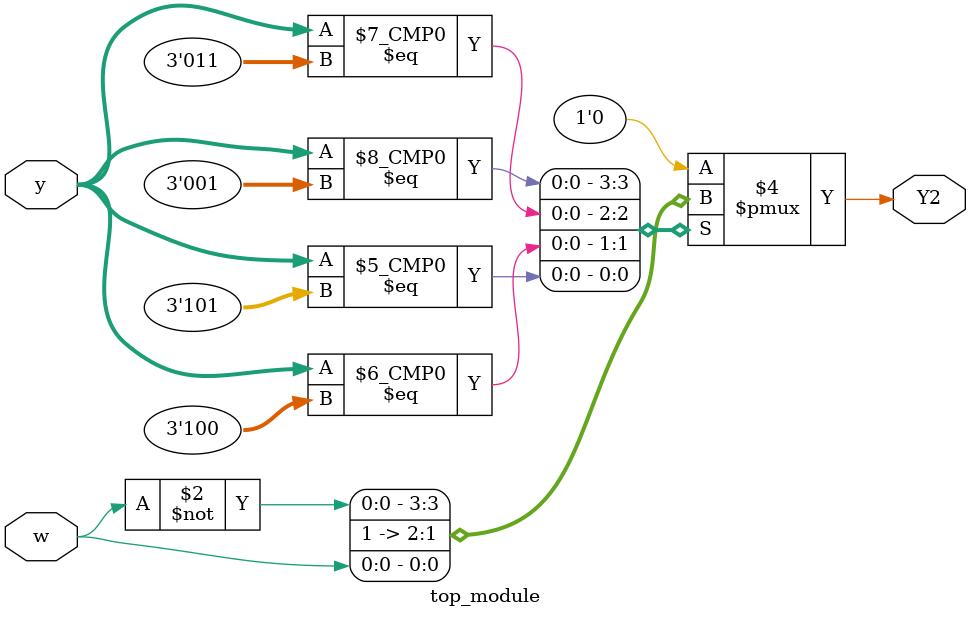
<source format=sv>
module top_module(
    input [3:1] y,
    input w,
    output reg Y2);

    always @(*) begin
        case(y)
            3'b000: Y2 = 1'b0;    // State A
            3'b001: Y2 = ~w;      // State B
            3'b010: Y2 = 1'b0;    // State C
            3'b011: Y2 = 1'b1;    // State D
            3'b100: Y2 = 1'b1;    // State E
            3'b101: Y2 = w;       // State F
            default: Y2 = 1'b0;   // Default case
        endcase
    end
endmodule

</source>
